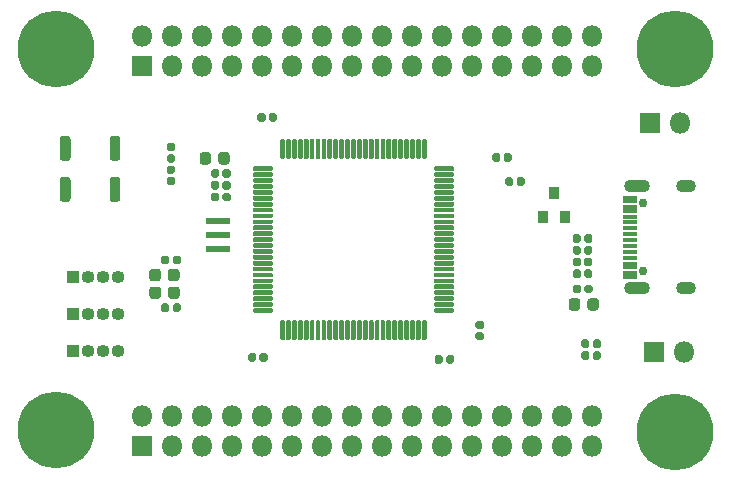
<source format=gbr>
%TF.GenerationSoftware,KiCad,Pcbnew,(5.1.6)-1*%
%TF.CreationDate,2020-08-08T14:22:08+05:30*%
%TF.ProjectId,F745_DISC,46373435-5f44-4495-9343-2e6b69636164,rev?*%
%TF.SameCoordinates,Original*%
%TF.FileFunction,Soldermask,Top*%
%TF.FilePolarity,Negative*%
%FSLAX46Y46*%
G04 Gerber Fmt 4.6, Leading zero omitted, Abs format (unit mm)*
G04 Created by KiCad (PCBNEW (5.1.6)-1) date 2020-08-08 14:22:08*
%MOMM*%
%LPD*%
G01*
G04 APERTURE LIST*
%ADD10O,1.100000X1.100000*%
%ADD11R,1.100000X1.100000*%
%ADD12O,1.800000X1.800000*%
%ADD13R,1.800000X1.800000*%
%ADD14R,2.000000X0.500000*%
%ADD15R,1.250000X0.400000*%
%ADD16C,0.750000*%
%ADD17O,1.700000X1.100000*%
%ADD18O,2.200000X1.100000*%
%ADD19C,0.900000*%
%ADD20C,6.500000*%
%ADD21R,0.900000X1.000000*%
G04 APERTURE END LIST*
D10*
%TO.C,SPI*%
X42450000Y-59430000D03*
X41180000Y-59430000D03*
X39910000Y-59430000D03*
D11*
X38640000Y-59430000D03*
%TD*%
D10*
%TO.C,SWD*%
X42450000Y-56290000D03*
X41180000Y-56290000D03*
X39910000Y-56290000D03*
D11*
X38640000Y-56290000D03*
%TD*%
D10*
%TO.C,UART*%
X42450000Y-53150000D03*
X41180000Y-53150000D03*
X39910000Y-53150000D03*
D11*
X38640000Y-53150000D03*
%TD*%
D12*
%TO.C,J4*%
X82630000Y-64910000D03*
X82630000Y-67450000D03*
X80090000Y-64910000D03*
X80090000Y-67450000D03*
X77550000Y-64910000D03*
X77550000Y-67450000D03*
X75010000Y-64910000D03*
X75010000Y-67450000D03*
X72470000Y-64910000D03*
X72470000Y-67450000D03*
X69930000Y-64910000D03*
X69930000Y-67450000D03*
X67390000Y-64910000D03*
X67390000Y-67450000D03*
X64850000Y-64910000D03*
X64850000Y-67450000D03*
X62310000Y-64910000D03*
X62310000Y-67450000D03*
X59770000Y-64910000D03*
X59770000Y-67450000D03*
X57230000Y-64910000D03*
X57230000Y-67450000D03*
X54690000Y-64910000D03*
X54690000Y-67450000D03*
X52150000Y-64910000D03*
X52150000Y-67450000D03*
X49610000Y-64910000D03*
X49610000Y-67450000D03*
X47070000Y-64910000D03*
X47070000Y-67450000D03*
X44530000Y-64910000D03*
D13*
X44530000Y-67450000D03*
%TD*%
D12*
%TO.C,J3*%
X82580000Y-32740000D03*
X82580000Y-35280000D03*
X80040000Y-32740000D03*
X80040000Y-35280000D03*
X77500000Y-32740000D03*
X77500000Y-35280000D03*
X74960000Y-32740000D03*
X74960000Y-35280000D03*
X72420000Y-32740000D03*
X72420000Y-35280000D03*
X69880000Y-32740000D03*
X69880000Y-35280000D03*
X67340000Y-32740000D03*
X67340000Y-35280000D03*
X64800000Y-32740000D03*
X64800000Y-35280000D03*
X62260000Y-32740000D03*
X62260000Y-35280000D03*
X59720000Y-32740000D03*
X59720000Y-35280000D03*
X57180000Y-32740000D03*
X57180000Y-35280000D03*
X54640000Y-32740000D03*
X54640000Y-35280000D03*
X52100000Y-32740000D03*
X52100000Y-35280000D03*
X49560000Y-32740000D03*
X49560000Y-35280000D03*
X47020000Y-32740000D03*
X47020000Y-35280000D03*
X44480000Y-32740000D03*
D13*
X44480000Y-35280000D03*
%TD*%
D14*
%TO.C,Y1*%
X50900000Y-50800000D03*
X50900000Y-49600000D03*
X50900000Y-48400000D03*
%TD*%
%TO.C,U1*%
G36*
G01*
X56200000Y-43075000D02*
X56200000Y-41575000D01*
G75*
G02*
X56300000Y-41475000I100000J0D01*
G01*
X56500000Y-41475000D01*
G75*
G02*
X56600000Y-41575000I0J-100000D01*
G01*
X56600000Y-43075000D01*
G75*
G02*
X56500000Y-43175000I-100000J0D01*
G01*
X56300000Y-43175000D01*
G75*
G02*
X56200000Y-43075000I0J100000D01*
G01*
G37*
G36*
G01*
X56700000Y-43075000D02*
X56700000Y-41575000D01*
G75*
G02*
X56800000Y-41475000I100000J0D01*
G01*
X57000000Y-41475000D01*
G75*
G02*
X57100000Y-41575000I0J-100000D01*
G01*
X57100000Y-43075000D01*
G75*
G02*
X57000000Y-43175000I-100000J0D01*
G01*
X56800000Y-43175000D01*
G75*
G02*
X56700000Y-43075000I0J100000D01*
G01*
G37*
G36*
G01*
X57200000Y-43075000D02*
X57200000Y-41575000D01*
G75*
G02*
X57300000Y-41475000I100000J0D01*
G01*
X57500000Y-41475000D01*
G75*
G02*
X57600000Y-41575000I0J-100000D01*
G01*
X57600000Y-43075000D01*
G75*
G02*
X57500000Y-43175000I-100000J0D01*
G01*
X57300000Y-43175000D01*
G75*
G02*
X57200000Y-43075000I0J100000D01*
G01*
G37*
G36*
G01*
X57700000Y-43075000D02*
X57700000Y-41575000D01*
G75*
G02*
X57800000Y-41475000I100000J0D01*
G01*
X58000000Y-41475000D01*
G75*
G02*
X58100000Y-41575000I0J-100000D01*
G01*
X58100000Y-43075000D01*
G75*
G02*
X58000000Y-43175000I-100000J0D01*
G01*
X57800000Y-43175000D01*
G75*
G02*
X57700000Y-43075000I0J100000D01*
G01*
G37*
G36*
G01*
X58200000Y-43075000D02*
X58200000Y-41575000D01*
G75*
G02*
X58300000Y-41475000I100000J0D01*
G01*
X58500000Y-41475000D01*
G75*
G02*
X58600000Y-41575000I0J-100000D01*
G01*
X58600000Y-43075000D01*
G75*
G02*
X58500000Y-43175000I-100000J0D01*
G01*
X58300000Y-43175000D01*
G75*
G02*
X58200000Y-43075000I0J100000D01*
G01*
G37*
G36*
G01*
X58700000Y-43075000D02*
X58700000Y-41575000D01*
G75*
G02*
X58800000Y-41475000I100000J0D01*
G01*
X59000000Y-41475000D01*
G75*
G02*
X59100000Y-41575000I0J-100000D01*
G01*
X59100000Y-43075000D01*
G75*
G02*
X59000000Y-43175000I-100000J0D01*
G01*
X58800000Y-43175000D01*
G75*
G02*
X58700000Y-43075000I0J100000D01*
G01*
G37*
G36*
G01*
X59200000Y-43075000D02*
X59200000Y-41575000D01*
G75*
G02*
X59300000Y-41475000I100000J0D01*
G01*
X59500000Y-41475000D01*
G75*
G02*
X59600000Y-41575000I0J-100000D01*
G01*
X59600000Y-43075000D01*
G75*
G02*
X59500000Y-43175000I-100000J0D01*
G01*
X59300000Y-43175000D01*
G75*
G02*
X59200000Y-43075000I0J100000D01*
G01*
G37*
G36*
G01*
X59700000Y-43075000D02*
X59700000Y-41575000D01*
G75*
G02*
X59800000Y-41475000I100000J0D01*
G01*
X60000000Y-41475000D01*
G75*
G02*
X60100000Y-41575000I0J-100000D01*
G01*
X60100000Y-43075000D01*
G75*
G02*
X60000000Y-43175000I-100000J0D01*
G01*
X59800000Y-43175000D01*
G75*
G02*
X59700000Y-43075000I0J100000D01*
G01*
G37*
G36*
G01*
X60200000Y-43075000D02*
X60200000Y-41575000D01*
G75*
G02*
X60300000Y-41475000I100000J0D01*
G01*
X60500000Y-41475000D01*
G75*
G02*
X60600000Y-41575000I0J-100000D01*
G01*
X60600000Y-43075000D01*
G75*
G02*
X60500000Y-43175000I-100000J0D01*
G01*
X60300000Y-43175000D01*
G75*
G02*
X60200000Y-43075000I0J100000D01*
G01*
G37*
G36*
G01*
X60700000Y-43075000D02*
X60700000Y-41575000D01*
G75*
G02*
X60800000Y-41475000I100000J0D01*
G01*
X61000000Y-41475000D01*
G75*
G02*
X61100000Y-41575000I0J-100000D01*
G01*
X61100000Y-43075000D01*
G75*
G02*
X61000000Y-43175000I-100000J0D01*
G01*
X60800000Y-43175000D01*
G75*
G02*
X60700000Y-43075000I0J100000D01*
G01*
G37*
G36*
G01*
X61200000Y-43075000D02*
X61200000Y-41575000D01*
G75*
G02*
X61300000Y-41475000I100000J0D01*
G01*
X61500000Y-41475000D01*
G75*
G02*
X61600000Y-41575000I0J-100000D01*
G01*
X61600000Y-43075000D01*
G75*
G02*
X61500000Y-43175000I-100000J0D01*
G01*
X61300000Y-43175000D01*
G75*
G02*
X61200000Y-43075000I0J100000D01*
G01*
G37*
G36*
G01*
X61700000Y-43075000D02*
X61700000Y-41575000D01*
G75*
G02*
X61800000Y-41475000I100000J0D01*
G01*
X62000000Y-41475000D01*
G75*
G02*
X62100000Y-41575000I0J-100000D01*
G01*
X62100000Y-43075000D01*
G75*
G02*
X62000000Y-43175000I-100000J0D01*
G01*
X61800000Y-43175000D01*
G75*
G02*
X61700000Y-43075000I0J100000D01*
G01*
G37*
G36*
G01*
X62200000Y-43075000D02*
X62200000Y-41575000D01*
G75*
G02*
X62300000Y-41475000I100000J0D01*
G01*
X62500000Y-41475000D01*
G75*
G02*
X62600000Y-41575000I0J-100000D01*
G01*
X62600000Y-43075000D01*
G75*
G02*
X62500000Y-43175000I-100000J0D01*
G01*
X62300000Y-43175000D01*
G75*
G02*
X62200000Y-43075000I0J100000D01*
G01*
G37*
G36*
G01*
X62700000Y-43075000D02*
X62700000Y-41575000D01*
G75*
G02*
X62800000Y-41475000I100000J0D01*
G01*
X63000000Y-41475000D01*
G75*
G02*
X63100000Y-41575000I0J-100000D01*
G01*
X63100000Y-43075000D01*
G75*
G02*
X63000000Y-43175000I-100000J0D01*
G01*
X62800000Y-43175000D01*
G75*
G02*
X62700000Y-43075000I0J100000D01*
G01*
G37*
G36*
G01*
X63200000Y-43075000D02*
X63200000Y-41575000D01*
G75*
G02*
X63300000Y-41475000I100000J0D01*
G01*
X63500000Y-41475000D01*
G75*
G02*
X63600000Y-41575000I0J-100000D01*
G01*
X63600000Y-43075000D01*
G75*
G02*
X63500000Y-43175000I-100000J0D01*
G01*
X63300000Y-43175000D01*
G75*
G02*
X63200000Y-43075000I0J100000D01*
G01*
G37*
G36*
G01*
X63700000Y-43075000D02*
X63700000Y-41575000D01*
G75*
G02*
X63800000Y-41475000I100000J0D01*
G01*
X64000000Y-41475000D01*
G75*
G02*
X64100000Y-41575000I0J-100000D01*
G01*
X64100000Y-43075000D01*
G75*
G02*
X64000000Y-43175000I-100000J0D01*
G01*
X63800000Y-43175000D01*
G75*
G02*
X63700000Y-43075000I0J100000D01*
G01*
G37*
G36*
G01*
X64200000Y-43075000D02*
X64200000Y-41575000D01*
G75*
G02*
X64300000Y-41475000I100000J0D01*
G01*
X64500000Y-41475000D01*
G75*
G02*
X64600000Y-41575000I0J-100000D01*
G01*
X64600000Y-43075000D01*
G75*
G02*
X64500000Y-43175000I-100000J0D01*
G01*
X64300000Y-43175000D01*
G75*
G02*
X64200000Y-43075000I0J100000D01*
G01*
G37*
G36*
G01*
X64700000Y-43075000D02*
X64700000Y-41575000D01*
G75*
G02*
X64800000Y-41475000I100000J0D01*
G01*
X65000000Y-41475000D01*
G75*
G02*
X65100000Y-41575000I0J-100000D01*
G01*
X65100000Y-43075000D01*
G75*
G02*
X65000000Y-43175000I-100000J0D01*
G01*
X64800000Y-43175000D01*
G75*
G02*
X64700000Y-43075000I0J100000D01*
G01*
G37*
G36*
G01*
X65200000Y-43075000D02*
X65200000Y-41575000D01*
G75*
G02*
X65300000Y-41475000I100000J0D01*
G01*
X65500000Y-41475000D01*
G75*
G02*
X65600000Y-41575000I0J-100000D01*
G01*
X65600000Y-43075000D01*
G75*
G02*
X65500000Y-43175000I-100000J0D01*
G01*
X65300000Y-43175000D01*
G75*
G02*
X65200000Y-43075000I0J100000D01*
G01*
G37*
G36*
G01*
X65700000Y-43075000D02*
X65700000Y-41575000D01*
G75*
G02*
X65800000Y-41475000I100000J0D01*
G01*
X66000000Y-41475000D01*
G75*
G02*
X66100000Y-41575000I0J-100000D01*
G01*
X66100000Y-43075000D01*
G75*
G02*
X66000000Y-43175000I-100000J0D01*
G01*
X65800000Y-43175000D01*
G75*
G02*
X65700000Y-43075000I0J100000D01*
G01*
G37*
G36*
G01*
X66200000Y-43075000D02*
X66200000Y-41575000D01*
G75*
G02*
X66300000Y-41475000I100000J0D01*
G01*
X66500000Y-41475000D01*
G75*
G02*
X66600000Y-41575000I0J-100000D01*
G01*
X66600000Y-43075000D01*
G75*
G02*
X66500000Y-43175000I-100000J0D01*
G01*
X66300000Y-43175000D01*
G75*
G02*
X66200000Y-43075000I0J100000D01*
G01*
G37*
G36*
G01*
X66700000Y-43075000D02*
X66700000Y-41575000D01*
G75*
G02*
X66800000Y-41475000I100000J0D01*
G01*
X67000000Y-41475000D01*
G75*
G02*
X67100000Y-41575000I0J-100000D01*
G01*
X67100000Y-43075000D01*
G75*
G02*
X67000000Y-43175000I-100000J0D01*
G01*
X66800000Y-43175000D01*
G75*
G02*
X66700000Y-43075000I0J100000D01*
G01*
G37*
G36*
G01*
X67200000Y-43075000D02*
X67200000Y-41575000D01*
G75*
G02*
X67300000Y-41475000I100000J0D01*
G01*
X67500000Y-41475000D01*
G75*
G02*
X67600000Y-41575000I0J-100000D01*
G01*
X67600000Y-43075000D01*
G75*
G02*
X67500000Y-43175000I-100000J0D01*
G01*
X67300000Y-43175000D01*
G75*
G02*
X67200000Y-43075000I0J100000D01*
G01*
G37*
G36*
G01*
X67700000Y-43075000D02*
X67700000Y-41575000D01*
G75*
G02*
X67800000Y-41475000I100000J0D01*
G01*
X68000000Y-41475000D01*
G75*
G02*
X68100000Y-41575000I0J-100000D01*
G01*
X68100000Y-43075000D01*
G75*
G02*
X68000000Y-43175000I-100000J0D01*
G01*
X67800000Y-43175000D01*
G75*
G02*
X67700000Y-43075000I0J100000D01*
G01*
G37*
G36*
G01*
X68200000Y-43075000D02*
X68200000Y-41575000D01*
G75*
G02*
X68300000Y-41475000I100000J0D01*
G01*
X68500000Y-41475000D01*
G75*
G02*
X68600000Y-41575000I0J-100000D01*
G01*
X68600000Y-43075000D01*
G75*
G02*
X68500000Y-43175000I-100000J0D01*
G01*
X68300000Y-43175000D01*
G75*
G02*
X68200000Y-43075000I0J100000D01*
G01*
G37*
G36*
G01*
X69225000Y-44100000D02*
X69225000Y-43900000D01*
G75*
G02*
X69325000Y-43800000I100000J0D01*
G01*
X70825000Y-43800000D01*
G75*
G02*
X70925000Y-43900000I0J-100000D01*
G01*
X70925000Y-44100000D01*
G75*
G02*
X70825000Y-44200000I-100000J0D01*
G01*
X69325000Y-44200000D01*
G75*
G02*
X69225000Y-44100000I0J100000D01*
G01*
G37*
G36*
G01*
X69225000Y-44600000D02*
X69225000Y-44400000D01*
G75*
G02*
X69325000Y-44300000I100000J0D01*
G01*
X70825000Y-44300000D01*
G75*
G02*
X70925000Y-44400000I0J-100000D01*
G01*
X70925000Y-44600000D01*
G75*
G02*
X70825000Y-44700000I-100000J0D01*
G01*
X69325000Y-44700000D01*
G75*
G02*
X69225000Y-44600000I0J100000D01*
G01*
G37*
G36*
G01*
X69225000Y-45100000D02*
X69225000Y-44900000D01*
G75*
G02*
X69325000Y-44800000I100000J0D01*
G01*
X70825000Y-44800000D01*
G75*
G02*
X70925000Y-44900000I0J-100000D01*
G01*
X70925000Y-45100000D01*
G75*
G02*
X70825000Y-45200000I-100000J0D01*
G01*
X69325000Y-45200000D01*
G75*
G02*
X69225000Y-45100000I0J100000D01*
G01*
G37*
G36*
G01*
X69225000Y-45600000D02*
X69225000Y-45400000D01*
G75*
G02*
X69325000Y-45300000I100000J0D01*
G01*
X70825000Y-45300000D01*
G75*
G02*
X70925000Y-45400000I0J-100000D01*
G01*
X70925000Y-45600000D01*
G75*
G02*
X70825000Y-45700000I-100000J0D01*
G01*
X69325000Y-45700000D01*
G75*
G02*
X69225000Y-45600000I0J100000D01*
G01*
G37*
G36*
G01*
X69225000Y-46100000D02*
X69225000Y-45900000D01*
G75*
G02*
X69325000Y-45800000I100000J0D01*
G01*
X70825000Y-45800000D01*
G75*
G02*
X70925000Y-45900000I0J-100000D01*
G01*
X70925000Y-46100000D01*
G75*
G02*
X70825000Y-46200000I-100000J0D01*
G01*
X69325000Y-46200000D01*
G75*
G02*
X69225000Y-46100000I0J100000D01*
G01*
G37*
G36*
G01*
X69225000Y-46600000D02*
X69225000Y-46400000D01*
G75*
G02*
X69325000Y-46300000I100000J0D01*
G01*
X70825000Y-46300000D01*
G75*
G02*
X70925000Y-46400000I0J-100000D01*
G01*
X70925000Y-46600000D01*
G75*
G02*
X70825000Y-46700000I-100000J0D01*
G01*
X69325000Y-46700000D01*
G75*
G02*
X69225000Y-46600000I0J100000D01*
G01*
G37*
G36*
G01*
X69225000Y-47100000D02*
X69225000Y-46900000D01*
G75*
G02*
X69325000Y-46800000I100000J0D01*
G01*
X70825000Y-46800000D01*
G75*
G02*
X70925000Y-46900000I0J-100000D01*
G01*
X70925000Y-47100000D01*
G75*
G02*
X70825000Y-47200000I-100000J0D01*
G01*
X69325000Y-47200000D01*
G75*
G02*
X69225000Y-47100000I0J100000D01*
G01*
G37*
G36*
G01*
X69225000Y-47600000D02*
X69225000Y-47400000D01*
G75*
G02*
X69325000Y-47300000I100000J0D01*
G01*
X70825000Y-47300000D01*
G75*
G02*
X70925000Y-47400000I0J-100000D01*
G01*
X70925000Y-47600000D01*
G75*
G02*
X70825000Y-47700000I-100000J0D01*
G01*
X69325000Y-47700000D01*
G75*
G02*
X69225000Y-47600000I0J100000D01*
G01*
G37*
G36*
G01*
X69225000Y-48100000D02*
X69225000Y-47900000D01*
G75*
G02*
X69325000Y-47800000I100000J0D01*
G01*
X70825000Y-47800000D01*
G75*
G02*
X70925000Y-47900000I0J-100000D01*
G01*
X70925000Y-48100000D01*
G75*
G02*
X70825000Y-48200000I-100000J0D01*
G01*
X69325000Y-48200000D01*
G75*
G02*
X69225000Y-48100000I0J100000D01*
G01*
G37*
G36*
G01*
X69225000Y-48600000D02*
X69225000Y-48400000D01*
G75*
G02*
X69325000Y-48300000I100000J0D01*
G01*
X70825000Y-48300000D01*
G75*
G02*
X70925000Y-48400000I0J-100000D01*
G01*
X70925000Y-48600000D01*
G75*
G02*
X70825000Y-48700000I-100000J0D01*
G01*
X69325000Y-48700000D01*
G75*
G02*
X69225000Y-48600000I0J100000D01*
G01*
G37*
G36*
G01*
X69225000Y-49100000D02*
X69225000Y-48900000D01*
G75*
G02*
X69325000Y-48800000I100000J0D01*
G01*
X70825000Y-48800000D01*
G75*
G02*
X70925000Y-48900000I0J-100000D01*
G01*
X70925000Y-49100000D01*
G75*
G02*
X70825000Y-49200000I-100000J0D01*
G01*
X69325000Y-49200000D01*
G75*
G02*
X69225000Y-49100000I0J100000D01*
G01*
G37*
G36*
G01*
X69225000Y-49600000D02*
X69225000Y-49400000D01*
G75*
G02*
X69325000Y-49300000I100000J0D01*
G01*
X70825000Y-49300000D01*
G75*
G02*
X70925000Y-49400000I0J-100000D01*
G01*
X70925000Y-49600000D01*
G75*
G02*
X70825000Y-49700000I-100000J0D01*
G01*
X69325000Y-49700000D01*
G75*
G02*
X69225000Y-49600000I0J100000D01*
G01*
G37*
G36*
G01*
X69225000Y-50100000D02*
X69225000Y-49900000D01*
G75*
G02*
X69325000Y-49800000I100000J0D01*
G01*
X70825000Y-49800000D01*
G75*
G02*
X70925000Y-49900000I0J-100000D01*
G01*
X70925000Y-50100000D01*
G75*
G02*
X70825000Y-50200000I-100000J0D01*
G01*
X69325000Y-50200000D01*
G75*
G02*
X69225000Y-50100000I0J100000D01*
G01*
G37*
G36*
G01*
X69225000Y-50600000D02*
X69225000Y-50400000D01*
G75*
G02*
X69325000Y-50300000I100000J0D01*
G01*
X70825000Y-50300000D01*
G75*
G02*
X70925000Y-50400000I0J-100000D01*
G01*
X70925000Y-50600000D01*
G75*
G02*
X70825000Y-50700000I-100000J0D01*
G01*
X69325000Y-50700000D01*
G75*
G02*
X69225000Y-50600000I0J100000D01*
G01*
G37*
G36*
G01*
X69225000Y-51100000D02*
X69225000Y-50900000D01*
G75*
G02*
X69325000Y-50800000I100000J0D01*
G01*
X70825000Y-50800000D01*
G75*
G02*
X70925000Y-50900000I0J-100000D01*
G01*
X70925000Y-51100000D01*
G75*
G02*
X70825000Y-51200000I-100000J0D01*
G01*
X69325000Y-51200000D01*
G75*
G02*
X69225000Y-51100000I0J100000D01*
G01*
G37*
G36*
G01*
X69225000Y-51600000D02*
X69225000Y-51400000D01*
G75*
G02*
X69325000Y-51300000I100000J0D01*
G01*
X70825000Y-51300000D01*
G75*
G02*
X70925000Y-51400000I0J-100000D01*
G01*
X70925000Y-51600000D01*
G75*
G02*
X70825000Y-51700000I-100000J0D01*
G01*
X69325000Y-51700000D01*
G75*
G02*
X69225000Y-51600000I0J100000D01*
G01*
G37*
G36*
G01*
X69225000Y-52100000D02*
X69225000Y-51900000D01*
G75*
G02*
X69325000Y-51800000I100000J0D01*
G01*
X70825000Y-51800000D01*
G75*
G02*
X70925000Y-51900000I0J-100000D01*
G01*
X70925000Y-52100000D01*
G75*
G02*
X70825000Y-52200000I-100000J0D01*
G01*
X69325000Y-52200000D01*
G75*
G02*
X69225000Y-52100000I0J100000D01*
G01*
G37*
G36*
G01*
X69225000Y-52600000D02*
X69225000Y-52400000D01*
G75*
G02*
X69325000Y-52300000I100000J0D01*
G01*
X70825000Y-52300000D01*
G75*
G02*
X70925000Y-52400000I0J-100000D01*
G01*
X70925000Y-52600000D01*
G75*
G02*
X70825000Y-52700000I-100000J0D01*
G01*
X69325000Y-52700000D01*
G75*
G02*
X69225000Y-52600000I0J100000D01*
G01*
G37*
G36*
G01*
X69225000Y-53100000D02*
X69225000Y-52900000D01*
G75*
G02*
X69325000Y-52800000I100000J0D01*
G01*
X70825000Y-52800000D01*
G75*
G02*
X70925000Y-52900000I0J-100000D01*
G01*
X70925000Y-53100000D01*
G75*
G02*
X70825000Y-53200000I-100000J0D01*
G01*
X69325000Y-53200000D01*
G75*
G02*
X69225000Y-53100000I0J100000D01*
G01*
G37*
G36*
G01*
X69225000Y-53600000D02*
X69225000Y-53400000D01*
G75*
G02*
X69325000Y-53300000I100000J0D01*
G01*
X70825000Y-53300000D01*
G75*
G02*
X70925000Y-53400000I0J-100000D01*
G01*
X70925000Y-53600000D01*
G75*
G02*
X70825000Y-53700000I-100000J0D01*
G01*
X69325000Y-53700000D01*
G75*
G02*
X69225000Y-53600000I0J100000D01*
G01*
G37*
G36*
G01*
X69225000Y-54100000D02*
X69225000Y-53900000D01*
G75*
G02*
X69325000Y-53800000I100000J0D01*
G01*
X70825000Y-53800000D01*
G75*
G02*
X70925000Y-53900000I0J-100000D01*
G01*
X70925000Y-54100000D01*
G75*
G02*
X70825000Y-54200000I-100000J0D01*
G01*
X69325000Y-54200000D01*
G75*
G02*
X69225000Y-54100000I0J100000D01*
G01*
G37*
G36*
G01*
X69225000Y-54600000D02*
X69225000Y-54400000D01*
G75*
G02*
X69325000Y-54300000I100000J0D01*
G01*
X70825000Y-54300000D01*
G75*
G02*
X70925000Y-54400000I0J-100000D01*
G01*
X70925000Y-54600000D01*
G75*
G02*
X70825000Y-54700000I-100000J0D01*
G01*
X69325000Y-54700000D01*
G75*
G02*
X69225000Y-54600000I0J100000D01*
G01*
G37*
G36*
G01*
X69225000Y-55100000D02*
X69225000Y-54900000D01*
G75*
G02*
X69325000Y-54800000I100000J0D01*
G01*
X70825000Y-54800000D01*
G75*
G02*
X70925000Y-54900000I0J-100000D01*
G01*
X70925000Y-55100000D01*
G75*
G02*
X70825000Y-55200000I-100000J0D01*
G01*
X69325000Y-55200000D01*
G75*
G02*
X69225000Y-55100000I0J100000D01*
G01*
G37*
G36*
G01*
X69225000Y-55600000D02*
X69225000Y-55400000D01*
G75*
G02*
X69325000Y-55300000I100000J0D01*
G01*
X70825000Y-55300000D01*
G75*
G02*
X70925000Y-55400000I0J-100000D01*
G01*
X70925000Y-55600000D01*
G75*
G02*
X70825000Y-55700000I-100000J0D01*
G01*
X69325000Y-55700000D01*
G75*
G02*
X69225000Y-55600000I0J100000D01*
G01*
G37*
G36*
G01*
X69225000Y-56100000D02*
X69225000Y-55900000D01*
G75*
G02*
X69325000Y-55800000I100000J0D01*
G01*
X70825000Y-55800000D01*
G75*
G02*
X70925000Y-55900000I0J-100000D01*
G01*
X70925000Y-56100000D01*
G75*
G02*
X70825000Y-56200000I-100000J0D01*
G01*
X69325000Y-56200000D01*
G75*
G02*
X69225000Y-56100000I0J100000D01*
G01*
G37*
G36*
G01*
X68200000Y-58425000D02*
X68200000Y-56925000D01*
G75*
G02*
X68300000Y-56825000I100000J0D01*
G01*
X68500000Y-56825000D01*
G75*
G02*
X68600000Y-56925000I0J-100000D01*
G01*
X68600000Y-58425000D01*
G75*
G02*
X68500000Y-58525000I-100000J0D01*
G01*
X68300000Y-58525000D01*
G75*
G02*
X68200000Y-58425000I0J100000D01*
G01*
G37*
G36*
G01*
X67700000Y-58425000D02*
X67700000Y-56925000D01*
G75*
G02*
X67800000Y-56825000I100000J0D01*
G01*
X68000000Y-56825000D01*
G75*
G02*
X68100000Y-56925000I0J-100000D01*
G01*
X68100000Y-58425000D01*
G75*
G02*
X68000000Y-58525000I-100000J0D01*
G01*
X67800000Y-58525000D01*
G75*
G02*
X67700000Y-58425000I0J100000D01*
G01*
G37*
G36*
G01*
X67200000Y-58425000D02*
X67200000Y-56925000D01*
G75*
G02*
X67300000Y-56825000I100000J0D01*
G01*
X67500000Y-56825000D01*
G75*
G02*
X67600000Y-56925000I0J-100000D01*
G01*
X67600000Y-58425000D01*
G75*
G02*
X67500000Y-58525000I-100000J0D01*
G01*
X67300000Y-58525000D01*
G75*
G02*
X67200000Y-58425000I0J100000D01*
G01*
G37*
G36*
G01*
X66700000Y-58425000D02*
X66700000Y-56925000D01*
G75*
G02*
X66800000Y-56825000I100000J0D01*
G01*
X67000000Y-56825000D01*
G75*
G02*
X67100000Y-56925000I0J-100000D01*
G01*
X67100000Y-58425000D01*
G75*
G02*
X67000000Y-58525000I-100000J0D01*
G01*
X66800000Y-58525000D01*
G75*
G02*
X66700000Y-58425000I0J100000D01*
G01*
G37*
G36*
G01*
X66200000Y-58425000D02*
X66200000Y-56925000D01*
G75*
G02*
X66300000Y-56825000I100000J0D01*
G01*
X66500000Y-56825000D01*
G75*
G02*
X66600000Y-56925000I0J-100000D01*
G01*
X66600000Y-58425000D01*
G75*
G02*
X66500000Y-58525000I-100000J0D01*
G01*
X66300000Y-58525000D01*
G75*
G02*
X66200000Y-58425000I0J100000D01*
G01*
G37*
G36*
G01*
X65700000Y-58425000D02*
X65700000Y-56925000D01*
G75*
G02*
X65800000Y-56825000I100000J0D01*
G01*
X66000000Y-56825000D01*
G75*
G02*
X66100000Y-56925000I0J-100000D01*
G01*
X66100000Y-58425000D01*
G75*
G02*
X66000000Y-58525000I-100000J0D01*
G01*
X65800000Y-58525000D01*
G75*
G02*
X65700000Y-58425000I0J100000D01*
G01*
G37*
G36*
G01*
X65200000Y-58425000D02*
X65200000Y-56925000D01*
G75*
G02*
X65300000Y-56825000I100000J0D01*
G01*
X65500000Y-56825000D01*
G75*
G02*
X65600000Y-56925000I0J-100000D01*
G01*
X65600000Y-58425000D01*
G75*
G02*
X65500000Y-58525000I-100000J0D01*
G01*
X65300000Y-58525000D01*
G75*
G02*
X65200000Y-58425000I0J100000D01*
G01*
G37*
G36*
G01*
X64700000Y-58425000D02*
X64700000Y-56925000D01*
G75*
G02*
X64800000Y-56825000I100000J0D01*
G01*
X65000000Y-56825000D01*
G75*
G02*
X65100000Y-56925000I0J-100000D01*
G01*
X65100000Y-58425000D01*
G75*
G02*
X65000000Y-58525000I-100000J0D01*
G01*
X64800000Y-58525000D01*
G75*
G02*
X64700000Y-58425000I0J100000D01*
G01*
G37*
G36*
G01*
X64200000Y-58425000D02*
X64200000Y-56925000D01*
G75*
G02*
X64300000Y-56825000I100000J0D01*
G01*
X64500000Y-56825000D01*
G75*
G02*
X64600000Y-56925000I0J-100000D01*
G01*
X64600000Y-58425000D01*
G75*
G02*
X64500000Y-58525000I-100000J0D01*
G01*
X64300000Y-58525000D01*
G75*
G02*
X64200000Y-58425000I0J100000D01*
G01*
G37*
G36*
G01*
X63700000Y-58425000D02*
X63700000Y-56925000D01*
G75*
G02*
X63800000Y-56825000I100000J0D01*
G01*
X64000000Y-56825000D01*
G75*
G02*
X64100000Y-56925000I0J-100000D01*
G01*
X64100000Y-58425000D01*
G75*
G02*
X64000000Y-58525000I-100000J0D01*
G01*
X63800000Y-58525000D01*
G75*
G02*
X63700000Y-58425000I0J100000D01*
G01*
G37*
G36*
G01*
X63200000Y-58425000D02*
X63200000Y-56925000D01*
G75*
G02*
X63300000Y-56825000I100000J0D01*
G01*
X63500000Y-56825000D01*
G75*
G02*
X63600000Y-56925000I0J-100000D01*
G01*
X63600000Y-58425000D01*
G75*
G02*
X63500000Y-58525000I-100000J0D01*
G01*
X63300000Y-58525000D01*
G75*
G02*
X63200000Y-58425000I0J100000D01*
G01*
G37*
G36*
G01*
X62700000Y-58425000D02*
X62700000Y-56925000D01*
G75*
G02*
X62800000Y-56825000I100000J0D01*
G01*
X63000000Y-56825000D01*
G75*
G02*
X63100000Y-56925000I0J-100000D01*
G01*
X63100000Y-58425000D01*
G75*
G02*
X63000000Y-58525000I-100000J0D01*
G01*
X62800000Y-58525000D01*
G75*
G02*
X62700000Y-58425000I0J100000D01*
G01*
G37*
G36*
G01*
X62200000Y-58425000D02*
X62200000Y-56925000D01*
G75*
G02*
X62300000Y-56825000I100000J0D01*
G01*
X62500000Y-56825000D01*
G75*
G02*
X62600000Y-56925000I0J-100000D01*
G01*
X62600000Y-58425000D01*
G75*
G02*
X62500000Y-58525000I-100000J0D01*
G01*
X62300000Y-58525000D01*
G75*
G02*
X62200000Y-58425000I0J100000D01*
G01*
G37*
G36*
G01*
X61700000Y-58425000D02*
X61700000Y-56925000D01*
G75*
G02*
X61800000Y-56825000I100000J0D01*
G01*
X62000000Y-56825000D01*
G75*
G02*
X62100000Y-56925000I0J-100000D01*
G01*
X62100000Y-58425000D01*
G75*
G02*
X62000000Y-58525000I-100000J0D01*
G01*
X61800000Y-58525000D01*
G75*
G02*
X61700000Y-58425000I0J100000D01*
G01*
G37*
G36*
G01*
X61200000Y-58425000D02*
X61200000Y-56925000D01*
G75*
G02*
X61300000Y-56825000I100000J0D01*
G01*
X61500000Y-56825000D01*
G75*
G02*
X61600000Y-56925000I0J-100000D01*
G01*
X61600000Y-58425000D01*
G75*
G02*
X61500000Y-58525000I-100000J0D01*
G01*
X61300000Y-58525000D01*
G75*
G02*
X61200000Y-58425000I0J100000D01*
G01*
G37*
G36*
G01*
X60700000Y-58425000D02*
X60700000Y-56925000D01*
G75*
G02*
X60800000Y-56825000I100000J0D01*
G01*
X61000000Y-56825000D01*
G75*
G02*
X61100000Y-56925000I0J-100000D01*
G01*
X61100000Y-58425000D01*
G75*
G02*
X61000000Y-58525000I-100000J0D01*
G01*
X60800000Y-58525000D01*
G75*
G02*
X60700000Y-58425000I0J100000D01*
G01*
G37*
G36*
G01*
X60200000Y-58425000D02*
X60200000Y-56925000D01*
G75*
G02*
X60300000Y-56825000I100000J0D01*
G01*
X60500000Y-56825000D01*
G75*
G02*
X60600000Y-56925000I0J-100000D01*
G01*
X60600000Y-58425000D01*
G75*
G02*
X60500000Y-58525000I-100000J0D01*
G01*
X60300000Y-58525000D01*
G75*
G02*
X60200000Y-58425000I0J100000D01*
G01*
G37*
G36*
G01*
X59700000Y-58425000D02*
X59700000Y-56925000D01*
G75*
G02*
X59800000Y-56825000I100000J0D01*
G01*
X60000000Y-56825000D01*
G75*
G02*
X60100000Y-56925000I0J-100000D01*
G01*
X60100000Y-58425000D01*
G75*
G02*
X60000000Y-58525000I-100000J0D01*
G01*
X59800000Y-58525000D01*
G75*
G02*
X59700000Y-58425000I0J100000D01*
G01*
G37*
G36*
G01*
X59200000Y-58425000D02*
X59200000Y-56925000D01*
G75*
G02*
X59300000Y-56825000I100000J0D01*
G01*
X59500000Y-56825000D01*
G75*
G02*
X59600000Y-56925000I0J-100000D01*
G01*
X59600000Y-58425000D01*
G75*
G02*
X59500000Y-58525000I-100000J0D01*
G01*
X59300000Y-58525000D01*
G75*
G02*
X59200000Y-58425000I0J100000D01*
G01*
G37*
G36*
G01*
X58700000Y-58425000D02*
X58700000Y-56925000D01*
G75*
G02*
X58800000Y-56825000I100000J0D01*
G01*
X59000000Y-56825000D01*
G75*
G02*
X59100000Y-56925000I0J-100000D01*
G01*
X59100000Y-58425000D01*
G75*
G02*
X59000000Y-58525000I-100000J0D01*
G01*
X58800000Y-58525000D01*
G75*
G02*
X58700000Y-58425000I0J100000D01*
G01*
G37*
G36*
G01*
X58200000Y-58425000D02*
X58200000Y-56925000D01*
G75*
G02*
X58300000Y-56825000I100000J0D01*
G01*
X58500000Y-56825000D01*
G75*
G02*
X58600000Y-56925000I0J-100000D01*
G01*
X58600000Y-58425000D01*
G75*
G02*
X58500000Y-58525000I-100000J0D01*
G01*
X58300000Y-58525000D01*
G75*
G02*
X58200000Y-58425000I0J100000D01*
G01*
G37*
G36*
G01*
X57700000Y-58425000D02*
X57700000Y-56925000D01*
G75*
G02*
X57800000Y-56825000I100000J0D01*
G01*
X58000000Y-56825000D01*
G75*
G02*
X58100000Y-56925000I0J-100000D01*
G01*
X58100000Y-58425000D01*
G75*
G02*
X58000000Y-58525000I-100000J0D01*
G01*
X57800000Y-58525000D01*
G75*
G02*
X57700000Y-58425000I0J100000D01*
G01*
G37*
G36*
G01*
X57200000Y-58425000D02*
X57200000Y-56925000D01*
G75*
G02*
X57300000Y-56825000I100000J0D01*
G01*
X57500000Y-56825000D01*
G75*
G02*
X57600000Y-56925000I0J-100000D01*
G01*
X57600000Y-58425000D01*
G75*
G02*
X57500000Y-58525000I-100000J0D01*
G01*
X57300000Y-58525000D01*
G75*
G02*
X57200000Y-58425000I0J100000D01*
G01*
G37*
G36*
G01*
X56700000Y-58425000D02*
X56700000Y-56925000D01*
G75*
G02*
X56800000Y-56825000I100000J0D01*
G01*
X57000000Y-56825000D01*
G75*
G02*
X57100000Y-56925000I0J-100000D01*
G01*
X57100000Y-58425000D01*
G75*
G02*
X57000000Y-58525000I-100000J0D01*
G01*
X56800000Y-58525000D01*
G75*
G02*
X56700000Y-58425000I0J100000D01*
G01*
G37*
G36*
G01*
X56200000Y-58425000D02*
X56200000Y-56925000D01*
G75*
G02*
X56300000Y-56825000I100000J0D01*
G01*
X56500000Y-56825000D01*
G75*
G02*
X56600000Y-56925000I0J-100000D01*
G01*
X56600000Y-58425000D01*
G75*
G02*
X56500000Y-58525000I-100000J0D01*
G01*
X56300000Y-58525000D01*
G75*
G02*
X56200000Y-58425000I0J100000D01*
G01*
G37*
G36*
G01*
X53875000Y-56100000D02*
X53875000Y-55900000D01*
G75*
G02*
X53975000Y-55800000I100000J0D01*
G01*
X55475000Y-55800000D01*
G75*
G02*
X55575000Y-55900000I0J-100000D01*
G01*
X55575000Y-56100000D01*
G75*
G02*
X55475000Y-56200000I-100000J0D01*
G01*
X53975000Y-56200000D01*
G75*
G02*
X53875000Y-56100000I0J100000D01*
G01*
G37*
G36*
G01*
X53875000Y-55600000D02*
X53875000Y-55400000D01*
G75*
G02*
X53975000Y-55300000I100000J0D01*
G01*
X55475000Y-55300000D01*
G75*
G02*
X55575000Y-55400000I0J-100000D01*
G01*
X55575000Y-55600000D01*
G75*
G02*
X55475000Y-55700000I-100000J0D01*
G01*
X53975000Y-55700000D01*
G75*
G02*
X53875000Y-55600000I0J100000D01*
G01*
G37*
G36*
G01*
X53875000Y-55100000D02*
X53875000Y-54900000D01*
G75*
G02*
X53975000Y-54800000I100000J0D01*
G01*
X55475000Y-54800000D01*
G75*
G02*
X55575000Y-54900000I0J-100000D01*
G01*
X55575000Y-55100000D01*
G75*
G02*
X55475000Y-55200000I-100000J0D01*
G01*
X53975000Y-55200000D01*
G75*
G02*
X53875000Y-55100000I0J100000D01*
G01*
G37*
G36*
G01*
X53875000Y-54600000D02*
X53875000Y-54400000D01*
G75*
G02*
X53975000Y-54300000I100000J0D01*
G01*
X55475000Y-54300000D01*
G75*
G02*
X55575000Y-54400000I0J-100000D01*
G01*
X55575000Y-54600000D01*
G75*
G02*
X55475000Y-54700000I-100000J0D01*
G01*
X53975000Y-54700000D01*
G75*
G02*
X53875000Y-54600000I0J100000D01*
G01*
G37*
G36*
G01*
X53875000Y-54100000D02*
X53875000Y-53900000D01*
G75*
G02*
X53975000Y-53800000I100000J0D01*
G01*
X55475000Y-53800000D01*
G75*
G02*
X55575000Y-53900000I0J-100000D01*
G01*
X55575000Y-54100000D01*
G75*
G02*
X55475000Y-54200000I-100000J0D01*
G01*
X53975000Y-54200000D01*
G75*
G02*
X53875000Y-54100000I0J100000D01*
G01*
G37*
G36*
G01*
X53875000Y-53600000D02*
X53875000Y-53400000D01*
G75*
G02*
X53975000Y-53300000I100000J0D01*
G01*
X55475000Y-53300000D01*
G75*
G02*
X55575000Y-53400000I0J-100000D01*
G01*
X55575000Y-53600000D01*
G75*
G02*
X55475000Y-53700000I-100000J0D01*
G01*
X53975000Y-53700000D01*
G75*
G02*
X53875000Y-53600000I0J100000D01*
G01*
G37*
G36*
G01*
X53875000Y-53100000D02*
X53875000Y-52900000D01*
G75*
G02*
X53975000Y-52800000I100000J0D01*
G01*
X55475000Y-52800000D01*
G75*
G02*
X55575000Y-52900000I0J-100000D01*
G01*
X55575000Y-53100000D01*
G75*
G02*
X55475000Y-53200000I-100000J0D01*
G01*
X53975000Y-53200000D01*
G75*
G02*
X53875000Y-53100000I0J100000D01*
G01*
G37*
G36*
G01*
X53875000Y-52600000D02*
X53875000Y-52400000D01*
G75*
G02*
X53975000Y-52300000I100000J0D01*
G01*
X55475000Y-52300000D01*
G75*
G02*
X55575000Y-52400000I0J-100000D01*
G01*
X55575000Y-52600000D01*
G75*
G02*
X55475000Y-52700000I-100000J0D01*
G01*
X53975000Y-52700000D01*
G75*
G02*
X53875000Y-52600000I0J100000D01*
G01*
G37*
G36*
G01*
X53875000Y-52100000D02*
X53875000Y-51900000D01*
G75*
G02*
X53975000Y-51800000I100000J0D01*
G01*
X55475000Y-51800000D01*
G75*
G02*
X55575000Y-51900000I0J-100000D01*
G01*
X55575000Y-52100000D01*
G75*
G02*
X55475000Y-52200000I-100000J0D01*
G01*
X53975000Y-52200000D01*
G75*
G02*
X53875000Y-52100000I0J100000D01*
G01*
G37*
G36*
G01*
X53875000Y-51600000D02*
X53875000Y-51400000D01*
G75*
G02*
X53975000Y-51300000I100000J0D01*
G01*
X55475000Y-51300000D01*
G75*
G02*
X55575000Y-51400000I0J-100000D01*
G01*
X55575000Y-51600000D01*
G75*
G02*
X55475000Y-51700000I-100000J0D01*
G01*
X53975000Y-51700000D01*
G75*
G02*
X53875000Y-51600000I0J100000D01*
G01*
G37*
G36*
G01*
X53875000Y-51100000D02*
X53875000Y-50900000D01*
G75*
G02*
X53975000Y-50800000I100000J0D01*
G01*
X55475000Y-50800000D01*
G75*
G02*
X55575000Y-50900000I0J-100000D01*
G01*
X55575000Y-51100000D01*
G75*
G02*
X55475000Y-51200000I-100000J0D01*
G01*
X53975000Y-51200000D01*
G75*
G02*
X53875000Y-51100000I0J100000D01*
G01*
G37*
G36*
G01*
X53875000Y-50600000D02*
X53875000Y-50400000D01*
G75*
G02*
X53975000Y-50300000I100000J0D01*
G01*
X55475000Y-50300000D01*
G75*
G02*
X55575000Y-50400000I0J-100000D01*
G01*
X55575000Y-50600000D01*
G75*
G02*
X55475000Y-50700000I-100000J0D01*
G01*
X53975000Y-50700000D01*
G75*
G02*
X53875000Y-50600000I0J100000D01*
G01*
G37*
G36*
G01*
X53875000Y-50100000D02*
X53875000Y-49900000D01*
G75*
G02*
X53975000Y-49800000I100000J0D01*
G01*
X55475000Y-49800000D01*
G75*
G02*
X55575000Y-49900000I0J-100000D01*
G01*
X55575000Y-50100000D01*
G75*
G02*
X55475000Y-50200000I-100000J0D01*
G01*
X53975000Y-50200000D01*
G75*
G02*
X53875000Y-50100000I0J100000D01*
G01*
G37*
G36*
G01*
X53875000Y-49600000D02*
X53875000Y-49400000D01*
G75*
G02*
X53975000Y-49300000I100000J0D01*
G01*
X55475000Y-49300000D01*
G75*
G02*
X55575000Y-49400000I0J-100000D01*
G01*
X55575000Y-49600000D01*
G75*
G02*
X55475000Y-49700000I-100000J0D01*
G01*
X53975000Y-49700000D01*
G75*
G02*
X53875000Y-49600000I0J100000D01*
G01*
G37*
G36*
G01*
X53875000Y-49100000D02*
X53875000Y-48900000D01*
G75*
G02*
X53975000Y-48800000I100000J0D01*
G01*
X55475000Y-48800000D01*
G75*
G02*
X55575000Y-48900000I0J-100000D01*
G01*
X55575000Y-49100000D01*
G75*
G02*
X55475000Y-49200000I-100000J0D01*
G01*
X53975000Y-49200000D01*
G75*
G02*
X53875000Y-49100000I0J100000D01*
G01*
G37*
G36*
G01*
X53875000Y-48600000D02*
X53875000Y-48400000D01*
G75*
G02*
X53975000Y-48300000I100000J0D01*
G01*
X55475000Y-48300000D01*
G75*
G02*
X55575000Y-48400000I0J-100000D01*
G01*
X55575000Y-48600000D01*
G75*
G02*
X55475000Y-48700000I-100000J0D01*
G01*
X53975000Y-48700000D01*
G75*
G02*
X53875000Y-48600000I0J100000D01*
G01*
G37*
G36*
G01*
X53875000Y-48100000D02*
X53875000Y-47900000D01*
G75*
G02*
X53975000Y-47800000I100000J0D01*
G01*
X55475000Y-47800000D01*
G75*
G02*
X55575000Y-47900000I0J-100000D01*
G01*
X55575000Y-48100000D01*
G75*
G02*
X55475000Y-48200000I-100000J0D01*
G01*
X53975000Y-48200000D01*
G75*
G02*
X53875000Y-48100000I0J100000D01*
G01*
G37*
G36*
G01*
X53875000Y-47600000D02*
X53875000Y-47400000D01*
G75*
G02*
X53975000Y-47300000I100000J0D01*
G01*
X55475000Y-47300000D01*
G75*
G02*
X55575000Y-47400000I0J-100000D01*
G01*
X55575000Y-47600000D01*
G75*
G02*
X55475000Y-47700000I-100000J0D01*
G01*
X53975000Y-47700000D01*
G75*
G02*
X53875000Y-47600000I0J100000D01*
G01*
G37*
G36*
G01*
X53875000Y-47100000D02*
X53875000Y-46900000D01*
G75*
G02*
X53975000Y-46800000I100000J0D01*
G01*
X55475000Y-46800000D01*
G75*
G02*
X55575000Y-46900000I0J-100000D01*
G01*
X55575000Y-47100000D01*
G75*
G02*
X55475000Y-47200000I-100000J0D01*
G01*
X53975000Y-47200000D01*
G75*
G02*
X53875000Y-47100000I0J100000D01*
G01*
G37*
G36*
G01*
X53875000Y-46600000D02*
X53875000Y-46400000D01*
G75*
G02*
X53975000Y-46300000I100000J0D01*
G01*
X55475000Y-46300000D01*
G75*
G02*
X55575000Y-46400000I0J-100000D01*
G01*
X55575000Y-46600000D01*
G75*
G02*
X55475000Y-46700000I-100000J0D01*
G01*
X53975000Y-46700000D01*
G75*
G02*
X53875000Y-46600000I0J100000D01*
G01*
G37*
G36*
G01*
X53875000Y-46100000D02*
X53875000Y-45900000D01*
G75*
G02*
X53975000Y-45800000I100000J0D01*
G01*
X55475000Y-45800000D01*
G75*
G02*
X55575000Y-45900000I0J-100000D01*
G01*
X55575000Y-46100000D01*
G75*
G02*
X55475000Y-46200000I-100000J0D01*
G01*
X53975000Y-46200000D01*
G75*
G02*
X53875000Y-46100000I0J100000D01*
G01*
G37*
G36*
G01*
X53875000Y-45600000D02*
X53875000Y-45400000D01*
G75*
G02*
X53975000Y-45300000I100000J0D01*
G01*
X55475000Y-45300000D01*
G75*
G02*
X55575000Y-45400000I0J-100000D01*
G01*
X55575000Y-45600000D01*
G75*
G02*
X55475000Y-45700000I-100000J0D01*
G01*
X53975000Y-45700000D01*
G75*
G02*
X53875000Y-45600000I0J100000D01*
G01*
G37*
G36*
G01*
X53875000Y-45100000D02*
X53875000Y-44900000D01*
G75*
G02*
X53975000Y-44800000I100000J0D01*
G01*
X55475000Y-44800000D01*
G75*
G02*
X55575000Y-44900000I0J-100000D01*
G01*
X55575000Y-45100000D01*
G75*
G02*
X55475000Y-45200000I-100000J0D01*
G01*
X53975000Y-45200000D01*
G75*
G02*
X53875000Y-45100000I0J100000D01*
G01*
G37*
G36*
G01*
X53875000Y-44600000D02*
X53875000Y-44400000D01*
G75*
G02*
X53975000Y-44300000I100000J0D01*
G01*
X55475000Y-44300000D01*
G75*
G02*
X55575000Y-44400000I0J-100000D01*
G01*
X55575000Y-44600000D01*
G75*
G02*
X55475000Y-44700000I-100000J0D01*
G01*
X53975000Y-44700000D01*
G75*
G02*
X53875000Y-44600000I0J100000D01*
G01*
G37*
G36*
G01*
X53875000Y-44100000D02*
X53875000Y-43900000D01*
G75*
G02*
X53975000Y-43800000I100000J0D01*
G01*
X55475000Y-43800000D01*
G75*
G02*
X55575000Y-43900000I0J-100000D01*
G01*
X55575000Y-44100000D01*
G75*
G02*
X55475000Y-44200000I-100000J0D01*
G01*
X53975000Y-44200000D01*
G75*
G02*
X53875000Y-44100000I0J100000D01*
G01*
G37*
%TD*%
%TO.C,R2_USB1*%
G36*
G01*
X81660000Y-50702500D02*
X81660000Y-51097500D01*
G75*
G02*
X81487500Y-51270000I-172500J0D01*
G01*
X81142500Y-51270000D01*
G75*
G02*
X80970000Y-51097500I0J172500D01*
G01*
X80970000Y-50702500D01*
G75*
G02*
X81142500Y-50530000I172500J0D01*
G01*
X81487500Y-50530000D01*
G75*
G02*
X81660000Y-50702500I0J-172500D01*
G01*
G37*
G36*
G01*
X82630000Y-50702500D02*
X82630000Y-51097500D01*
G75*
G02*
X82457500Y-51270000I-172500J0D01*
G01*
X82112500Y-51270000D01*
G75*
G02*
X81940000Y-51097500I0J172500D01*
G01*
X81940000Y-50702500D01*
G75*
G02*
X82112500Y-50530000I172500J0D01*
G01*
X82457500Y-50530000D01*
G75*
G02*
X82630000Y-50702500I0J-172500D01*
G01*
G37*
%TD*%
%TO.C,R2_TX1*%
G36*
G01*
X47090000Y-51922500D02*
X47090000Y-51527500D01*
G75*
G02*
X47262500Y-51355000I172500J0D01*
G01*
X47607500Y-51355000D01*
G75*
G02*
X47780000Y-51527500I0J-172500D01*
G01*
X47780000Y-51922500D01*
G75*
G02*
X47607500Y-52095000I-172500J0D01*
G01*
X47262500Y-52095000D01*
G75*
G02*
X47090000Y-51922500I0J172500D01*
G01*
G37*
G36*
G01*
X46120000Y-51922500D02*
X46120000Y-51527500D01*
G75*
G02*
X46292500Y-51355000I172500J0D01*
G01*
X46637500Y-51355000D01*
G75*
G02*
X46810000Y-51527500I0J-172500D01*
G01*
X46810000Y-51922500D01*
G75*
G02*
X46637500Y-52095000I-172500J0D01*
G01*
X46292500Y-52095000D01*
G75*
G02*
X46120000Y-51922500I0J172500D01*
G01*
G37*
%TD*%
%TO.C,R2_SCL1*%
G36*
G01*
X82665000Y-59022500D02*
X82665000Y-58627500D01*
G75*
G02*
X82837500Y-58455000I172500J0D01*
G01*
X83182500Y-58455000D01*
G75*
G02*
X83355000Y-58627500I0J-172500D01*
G01*
X83355000Y-59022500D01*
G75*
G02*
X83182500Y-59195000I-172500J0D01*
G01*
X82837500Y-59195000D01*
G75*
G02*
X82665000Y-59022500I0J172500D01*
G01*
G37*
G36*
G01*
X81695000Y-59022500D02*
X81695000Y-58627500D01*
G75*
G02*
X81867500Y-58455000I172500J0D01*
G01*
X82212500Y-58455000D01*
G75*
G02*
X82385000Y-58627500I0J-172500D01*
G01*
X82385000Y-59022500D01*
G75*
G02*
X82212500Y-59195000I-172500J0D01*
G01*
X81867500Y-59195000D01*
G75*
G02*
X81695000Y-59022500I0J172500D01*
G01*
G37*
%TD*%
%TO.C,R1_USB3*%
G36*
G01*
X81940000Y-53097500D02*
X81940000Y-52702500D01*
G75*
G02*
X82112500Y-52530000I172500J0D01*
G01*
X82457500Y-52530000D01*
G75*
G02*
X82630000Y-52702500I0J-172500D01*
G01*
X82630000Y-53097500D01*
G75*
G02*
X82457500Y-53270000I-172500J0D01*
G01*
X82112500Y-53270000D01*
G75*
G02*
X81940000Y-53097500I0J172500D01*
G01*
G37*
G36*
G01*
X80970000Y-53097500D02*
X80970000Y-52702500D01*
G75*
G02*
X81142500Y-52530000I172500J0D01*
G01*
X81487500Y-52530000D01*
G75*
G02*
X81660000Y-52702500I0J-172500D01*
G01*
X81660000Y-53097500D01*
G75*
G02*
X81487500Y-53270000I-172500J0D01*
G01*
X81142500Y-53270000D01*
G75*
G02*
X80970000Y-53097500I0J172500D01*
G01*
G37*
%TD*%
%TO.C,R1_USB2*%
G36*
G01*
X81665000Y-51702500D02*
X81665000Y-52097500D01*
G75*
G02*
X81492500Y-52270000I-172500J0D01*
G01*
X81147500Y-52270000D01*
G75*
G02*
X80975000Y-52097500I0J172500D01*
G01*
X80975000Y-51702500D01*
G75*
G02*
X81147500Y-51530000I172500J0D01*
G01*
X81492500Y-51530000D01*
G75*
G02*
X81665000Y-51702500I0J-172500D01*
G01*
G37*
G36*
G01*
X82635000Y-51702500D02*
X82635000Y-52097500D01*
G75*
G02*
X82462500Y-52270000I-172500J0D01*
G01*
X82117500Y-52270000D01*
G75*
G02*
X81945000Y-52097500I0J172500D01*
G01*
X81945000Y-51702500D01*
G75*
G02*
X82117500Y-51530000I172500J0D01*
G01*
X82462500Y-51530000D01*
G75*
G02*
X82635000Y-51702500I0J-172500D01*
G01*
G37*
%TD*%
%TO.C,R1_USB1*%
G36*
G01*
X81940000Y-50097500D02*
X81940000Y-49702500D01*
G75*
G02*
X82112500Y-49530000I172500J0D01*
G01*
X82457500Y-49530000D01*
G75*
G02*
X82630000Y-49702500I0J-172500D01*
G01*
X82630000Y-50097500D01*
G75*
G02*
X82457500Y-50270000I-172500J0D01*
G01*
X82112500Y-50270000D01*
G75*
G02*
X81940000Y-50097500I0J172500D01*
G01*
G37*
G36*
G01*
X80970000Y-50097500D02*
X80970000Y-49702500D01*
G75*
G02*
X81142500Y-49530000I172500J0D01*
G01*
X81487500Y-49530000D01*
G75*
G02*
X81660000Y-49702500I0J-172500D01*
G01*
X81660000Y-50097500D01*
G75*
G02*
X81487500Y-50270000I-172500J0D01*
G01*
X81142500Y-50270000D01*
G75*
G02*
X80970000Y-50097500I0J172500D01*
G01*
G37*
%TD*%
%TO.C,R1_SDA1*%
G36*
G01*
X82385000Y-59627500D02*
X82385000Y-60022500D01*
G75*
G02*
X82212500Y-60195000I-172500J0D01*
G01*
X81867500Y-60195000D01*
G75*
G02*
X81695000Y-60022500I0J172500D01*
G01*
X81695000Y-59627500D01*
G75*
G02*
X81867500Y-59455000I172500J0D01*
G01*
X82212500Y-59455000D01*
G75*
G02*
X82385000Y-59627500I0J-172500D01*
G01*
G37*
G36*
G01*
X83355000Y-59627500D02*
X83355000Y-60022500D01*
G75*
G02*
X83182500Y-60195000I-172500J0D01*
G01*
X82837500Y-60195000D01*
G75*
G02*
X82665000Y-60022500I0J172500D01*
G01*
X82665000Y-59627500D01*
G75*
G02*
X82837500Y-59455000I172500J0D01*
G01*
X83182500Y-59455000D01*
G75*
G02*
X83355000Y-59627500I0J-172500D01*
G01*
G37*
%TD*%
%TO.C,R1_RX1*%
G36*
G01*
X47090000Y-55972500D02*
X47090000Y-55577500D01*
G75*
G02*
X47262500Y-55405000I172500J0D01*
G01*
X47607500Y-55405000D01*
G75*
G02*
X47780000Y-55577500I0J-172500D01*
G01*
X47780000Y-55972500D01*
G75*
G02*
X47607500Y-56145000I-172500J0D01*
G01*
X47262500Y-56145000D01*
G75*
G02*
X47090000Y-55972500I0J172500D01*
G01*
G37*
G36*
G01*
X46120000Y-55972500D02*
X46120000Y-55577500D01*
G75*
G02*
X46292500Y-55405000I172500J0D01*
G01*
X46637500Y-55405000D01*
G75*
G02*
X46810000Y-55577500I0J-172500D01*
G01*
X46810000Y-55972500D01*
G75*
G02*
X46637500Y-56145000I-172500J0D01*
G01*
X46292500Y-56145000D01*
G75*
G02*
X46120000Y-55972500I0J172500D01*
G01*
G37*
%TD*%
%TO.C,R1_RST1*%
G36*
G01*
X46752500Y-44700000D02*
X47147500Y-44700000D01*
G75*
G02*
X47320000Y-44872500I0J-172500D01*
G01*
X47320000Y-45217500D01*
G75*
G02*
X47147500Y-45390000I-172500J0D01*
G01*
X46752500Y-45390000D01*
G75*
G02*
X46580000Y-45217500I0J172500D01*
G01*
X46580000Y-44872500D01*
G75*
G02*
X46752500Y-44700000I172500J0D01*
G01*
G37*
G36*
G01*
X46752500Y-43730000D02*
X47147500Y-43730000D01*
G75*
G02*
X47320000Y-43902500I0J-172500D01*
G01*
X47320000Y-44247500D01*
G75*
G02*
X47147500Y-44420000I-172500J0D01*
G01*
X46752500Y-44420000D01*
G75*
G02*
X46580000Y-44247500I0J172500D01*
G01*
X46580000Y-43902500D01*
G75*
G02*
X46752500Y-43730000I172500J0D01*
G01*
G37*
%TD*%
%TO.C,R1_PC13*%
G36*
G01*
X51315000Y-44597500D02*
X51315000Y-44202500D01*
G75*
G02*
X51487500Y-44030000I172500J0D01*
G01*
X51832500Y-44030000D01*
G75*
G02*
X52005000Y-44202500I0J-172500D01*
G01*
X52005000Y-44597500D01*
G75*
G02*
X51832500Y-44770000I-172500J0D01*
G01*
X51487500Y-44770000D01*
G75*
G02*
X51315000Y-44597500I0J172500D01*
G01*
G37*
G36*
G01*
X50345000Y-44597500D02*
X50345000Y-44202500D01*
G75*
G02*
X50517500Y-44030000I172500J0D01*
G01*
X50862500Y-44030000D01*
G75*
G02*
X51035000Y-44202500I0J-172500D01*
G01*
X51035000Y-44597500D01*
G75*
G02*
X50862500Y-44770000I-172500J0D01*
G01*
X50517500Y-44770000D01*
G75*
G02*
X50345000Y-44597500I0J172500D01*
G01*
G37*
%TD*%
%TO.C,R1_L1*%
G36*
G01*
X81955000Y-54377500D02*
X81955000Y-53982500D01*
G75*
G02*
X82127500Y-53810000I172500J0D01*
G01*
X82472500Y-53810000D01*
G75*
G02*
X82645000Y-53982500I0J-172500D01*
G01*
X82645000Y-54377500D01*
G75*
G02*
X82472500Y-54550000I-172500J0D01*
G01*
X82127500Y-54550000D01*
G75*
G02*
X81955000Y-54377500I0J172500D01*
G01*
G37*
G36*
G01*
X80985000Y-54377500D02*
X80985000Y-53982500D01*
G75*
G02*
X81157500Y-53810000I172500J0D01*
G01*
X81502500Y-53810000D01*
G75*
G02*
X81675000Y-53982500I0J-172500D01*
G01*
X81675000Y-54377500D01*
G75*
G02*
X81502500Y-54550000I-172500J0D01*
G01*
X81157500Y-54550000D01*
G75*
G02*
X80985000Y-54377500I0J172500D01*
G01*
G37*
%TD*%
%TO.C,R1_BOOT1*%
G36*
G01*
X47147500Y-42510000D02*
X46752500Y-42510000D01*
G75*
G02*
X46580000Y-42337500I0J172500D01*
G01*
X46580000Y-41992500D01*
G75*
G02*
X46752500Y-41820000I172500J0D01*
G01*
X47147500Y-41820000D01*
G75*
G02*
X47320000Y-41992500I0J-172500D01*
G01*
X47320000Y-42337500D01*
G75*
G02*
X47147500Y-42510000I-172500J0D01*
G01*
G37*
G36*
G01*
X47147500Y-43480000D02*
X46752500Y-43480000D01*
G75*
G02*
X46580000Y-43307500I0J172500D01*
G01*
X46580000Y-42962500D01*
G75*
G02*
X46752500Y-42790000I172500J0D01*
G01*
X47147500Y-42790000D01*
G75*
G02*
X47320000Y-42962500I0J-172500D01*
G01*
X47320000Y-43307500D01*
G75*
G02*
X47147500Y-43480000I-172500J0D01*
G01*
G37*
%TD*%
D12*
%TO.C,I2C*%
X90370000Y-59480000D03*
D13*
X87830000Y-59480000D03*
%TD*%
D12*
%TO.C,CAN*%
X90080000Y-40140000D03*
D13*
X87540000Y-40140000D03*
%TD*%
D15*
%TO.C,USBC*%
X85830000Y-46450000D03*
X85830000Y-47250000D03*
X85830000Y-52050000D03*
X85830000Y-52850000D03*
X85830000Y-53150000D03*
X85830000Y-52350000D03*
X85830000Y-51550000D03*
X85830000Y-51050000D03*
X85830000Y-50550000D03*
X85830000Y-50050000D03*
X85830000Y-49550000D03*
X85830000Y-49050000D03*
X85830000Y-48550000D03*
X85830000Y-48050000D03*
X85830000Y-47550000D03*
X85830000Y-46750000D03*
D16*
X86895000Y-52690000D03*
X86895000Y-46910000D03*
D17*
X90575000Y-45480000D03*
X90575000Y-54120000D03*
D18*
X86395000Y-45480000D03*
X86395000Y-54120000D03*
%TD*%
D19*
%TO.C,H3*%
X38897056Y-64402944D03*
X37200000Y-63700000D03*
X35502944Y-64402944D03*
X34800000Y-66100000D03*
X35502944Y-67797056D03*
X37200000Y-68500000D03*
X38897056Y-67797056D03*
X39600000Y-66100000D03*
D20*
X37200000Y-66100000D03*
%TD*%
D19*
%TO.C,H2*%
X91297056Y-32202944D03*
X89600000Y-31500000D03*
X87902944Y-32202944D03*
X87200000Y-33900000D03*
X87902944Y-35597056D03*
X89600000Y-36300000D03*
X91297056Y-35597056D03*
X92000000Y-33900000D03*
D20*
X89600000Y-33900000D03*
%TD*%
D19*
%TO.C,H1*%
X91297056Y-64602944D03*
X89600000Y-63900000D03*
X87902944Y-64602944D03*
X87200000Y-66300000D03*
X87902944Y-67997056D03*
X89600000Y-68700000D03*
X91297056Y-67997056D03*
X92000000Y-66300000D03*
D20*
X89600000Y-66300000D03*
%TD*%
D19*
%TO.C,H0*%
X38897056Y-32202944D03*
X37200000Y-31500000D03*
X35502944Y-32202944D03*
X34800000Y-33900000D03*
X35502944Y-35597056D03*
X37200000Y-36300000D03*
X38897056Y-35597056D03*
X39600000Y-33900000D03*
D20*
X37200000Y-33900000D03*
%TD*%
D21*
%TO.C,ESD*%
X79380000Y-46060000D03*
X80330000Y-48060000D03*
X78430000Y-48060000D03*
%TD*%
%TO.C,LED*%
G36*
G01*
X50950000Y-43406250D02*
X50950000Y-42843750D01*
G75*
G02*
X51193750Y-42600000I243750J0D01*
G01*
X51681250Y-42600000D01*
G75*
G02*
X51925000Y-42843750I0J-243750D01*
G01*
X51925000Y-43406250D01*
G75*
G02*
X51681250Y-43650000I-243750J0D01*
G01*
X51193750Y-43650000D01*
G75*
G02*
X50950000Y-43406250I0J243750D01*
G01*
G37*
G36*
G01*
X49375000Y-43406250D02*
X49375000Y-42843750D01*
G75*
G02*
X49618750Y-42600000I243750J0D01*
G01*
X50106250Y-42600000D01*
G75*
G02*
X50350000Y-42843750I0J-243750D01*
G01*
X50350000Y-43406250D01*
G75*
G02*
X50106250Y-43650000I-243750J0D01*
G01*
X49618750Y-43650000D01*
G75*
G02*
X49375000Y-43406250I0J243750D01*
G01*
G37*
%TD*%
%TO.C,TX*%
G36*
G01*
X46700000Y-53281250D02*
X46700000Y-52718750D01*
G75*
G02*
X46943750Y-52475000I243750J0D01*
G01*
X47431250Y-52475000D01*
G75*
G02*
X47675000Y-52718750I0J-243750D01*
G01*
X47675000Y-53281250D01*
G75*
G02*
X47431250Y-53525000I-243750J0D01*
G01*
X46943750Y-53525000D01*
G75*
G02*
X46700000Y-53281250I0J243750D01*
G01*
G37*
G36*
G01*
X45125000Y-53281250D02*
X45125000Y-52718750D01*
G75*
G02*
X45368750Y-52475000I243750J0D01*
G01*
X45856250Y-52475000D01*
G75*
G02*
X46100000Y-52718750I0J-243750D01*
G01*
X46100000Y-53281250D01*
G75*
G02*
X45856250Y-53525000I-243750J0D01*
G01*
X45368750Y-53525000D01*
G75*
G02*
X45125000Y-53281250I0J243750D01*
G01*
G37*
%TD*%
%TO.C,RX*%
G36*
G01*
X46700000Y-54781250D02*
X46700000Y-54218750D01*
G75*
G02*
X46943750Y-53975000I243750J0D01*
G01*
X47431250Y-53975000D01*
G75*
G02*
X47675000Y-54218750I0J-243750D01*
G01*
X47675000Y-54781250D01*
G75*
G02*
X47431250Y-55025000I-243750J0D01*
G01*
X46943750Y-55025000D01*
G75*
G02*
X46700000Y-54781250I0J243750D01*
G01*
G37*
G36*
G01*
X45125000Y-54781250D02*
X45125000Y-54218750D01*
G75*
G02*
X45368750Y-53975000I243750J0D01*
G01*
X45856250Y-53975000D01*
G75*
G02*
X46100000Y-54218750I0J-243750D01*
G01*
X46100000Y-54781250D01*
G75*
G02*
X45856250Y-55025000I-243750J0D01*
G01*
X45368750Y-55025000D01*
G75*
G02*
X45125000Y-54781250I0J243750D01*
G01*
G37*
%TD*%
%TO.C,D1*%
G36*
G01*
X82200000Y-55771250D02*
X82200000Y-55208750D01*
G75*
G02*
X82443750Y-54965000I243750J0D01*
G01*
X82931250Y-54965000D01*
G75*
G02*
X83175000Y-55208750I0J-243750D01*
G01*
X83175000Y-55771250D01*
G75*
G02*
X82931250Y-56015000I-243750J0D01*
G01*
X82443750Y-56015000D01*
G75*
G02*
X82200000Y-55771250I0J243750D01*
G01*
G37*
G36*
G01*
X80625000Y-55771250D02*
X80625000Y-55208750D01*
G75*
G02*
X80868750Y-54965000I243750J0D01*
G01*
X81356250Y-54965000D01*
G75*
G02*
X81600000Y-55208750I0J-243750D01*
G01*
X81600000Y-55771250D01*
G75*
G02*
X81356250Y-56015000I-243750J0D01*
G01*
X80868750Y-56015000D01*
G75*
G02*
X80625000Y-55771250I0J243750D01*
G01*
G37*
%TD*%
%TO.C,C7_ST2*%
G36*
G01*
X54960000Y-39452500D02*
X54960000Y-39847500D01*
G75*
G02*
X54787500Y-40020000I-172500J0D01*
G01*
X54442500Y-40020000D01*
G75*
G02*
X54270000Y-39847500I0J172500D01*
G01*
X54270000Y-39452500D01*
G75*
G02*
X54442500Y-39280000I172500J0D01*
G01*
X54787500Y-39280000D01*
G75*
G02*
X54960000Y-39452500I0J-172500D01*
G01*
G37*
G36*
G01*
X55930000Y-39452500D02*
X55930000Y-39847500D01*
G75*
G02*
X55757500Y-40020000I-172500J0D01*
G01*
X55412500Y-40020000D01*
G75*
G02*
X55240000Y-39847500I0J172500D01*
G01*
X55240000Y-39452500D01*
G75*
G02*
X55412500Y-39280000I172500J0D01*
G01*
X55757500Y-39280000D01*
G75*
G02*
X55930000Y-39452500I0J-172500D01*
G01*
G37*
%TD*%
%TO.C,C7_ST1*%
G36*
G01*
X74835000Y-42852500D02*
X74835000Y-43247500D01*
G75*
G02*
X74662500Y-43420000I-172500J0D01*
G01*
X74317500Y-43420000D01*
G75*
G02*
X74145000Y-43247500I0J172500D01*
G01*
X74145000Y-42852500D01*
G75*
G02*
X74317500Y-42680000I172500J0D01*
G01*
X74662500Y-42680000D01*
G75*
G02*
X74835000Y-42852500I0J-172500D01*
G01*
G37*
G36*
G01*
X75805000Y-42852500D02*
X75805000Y-43247500D01*
G75*
G02*
X75632500Y-43420000I-172500J0D01*
G01*
X75287500Y-43420000D01*
G75*
G02*
X75115000Y-43247500I0J172500D01*
G01*
X75115000Y-42852500D01*
G75*
G02*
X75287500Y-42680000I172500J0D01*
G01*
X75632500Y-42680000D01*
G75*
G02*
X75805000Y-42852500I0J-172500D01*
G01*
G37*
%TD*%
%TO.C,C6_ST1*%
G36*
G01*
X51315000Y-45597500D02*
X51315000Y-45202500D01*
G75*
G02*
X51487500Y-45030000I172500J0D01*
G01*
X51832500Y-45030000D01*
G75*
G02*
X52005000Y-45202500I0J-172500D01*
G01*
X52005000Y-45597500D01*
G75*
G02*
X51832500Y-45770000I-172500J0D01*
G01*
X51487500Y-45770000D01*
G75*
G02*
X51315000Y-45597500I0J172500D01*
G01*
G37*
G36*
G01*
X50345000Y-45597500D02*
X50345000Y-45202500D01*
G75*
G02*
X50517500Y-45030000I172500J0D01*
G01*
X50862500Y-45030000D01*
G75*
G02*
X51035000Y-45202500I0J-172500D01*
G01*
X51035000Y-45597500D01*
G75*
G02*
X50862500Y-45770000I-172500J0D01*
G01*
X50517500Y-45770000D01*
G75*
G02*
X50345000Y-45597500I0J172500D01*
G01*
G37*
%TD*%
%TO.C,C5_ST1*%
G36*
G01*
X51315000Y-46597500D02*
X51315000Y-46202500D01*
G75*
G02*
X51487500Y-46030000I172500J0D01*
G01*
X51832500Y-46030000D01*
G75*
G02*
X52005000Y-46202500I0J-172500D01*
G01*
X52005000Y-46597500D01*
G75*
G02*
X51832500Y-46770000I-172500J0D01*
G01*
X51487500Y-46770000D01*
G75*
G02*
X51315000Y-46597500I0J172500D01*
G01*
G37*
G36*
G01*
X50345000Y-46597500D02*
X50345000Y-46202500D01*
G75*
G02*
X50517500Y-46030000I172500J0D01*
G01*
X50862500Y-46030000D01*
G75*
G02*
X51035000Y-46202500I0J-172500D01*
G01*
X51035000Y-46597500D01*
G75*
G02*
X50862500Y-46770000I-172500J0D01*
G01*
X50517500Y-46770000D01*
G75*
G02*
X50345000Y-46597500I0J172500D01*
G01*
G37*
%TD*%
%TO.C,C2_ST1*%
G36*
G01*
X54440000Y-60172500D02*
X54440000Y-59777500D01*
G75*
G02*
X54612500Y-59605000I172500J0D01*
G01*
X54957500Y-59605000D01*
G75*
G02*
X55130000Y-59777500I0J-172500D01*
G01*
X55130000Y-60172500D01*
G75*
G02*
X54957500Y-60345000I-172500J0D01*
G01*
X54612500Y-60345000D01*
G75*
G02*
X54440000Y-60172500I0J172500D01*
G01*
G37*
G36*
G01*
X53470000Y-60172500D02*
X53470000Y-59777500D01*
G75*
G02*
X53642500Y-59605000I172500J0D01*
G01*
X53987500Y-59605000D01*
G75*
G02*
X54160000Y-59777500I0J-172500D01*
G01*
X54160000Y-60172500D01*
G75*
G02*
X53987500Y-60345000I-172500J0D01*
G01*
X53642500Y-60345000D01*
G75*
G02*
X53470000Y-60172500I0J172500D01*
G01*
G37*
%TD*%
%TO.C,C1_VCAP2*%
G36*
G01*
X75935000Y-44902500D02*
X75935000Y-45297500D01*
G75*
G02*
X75762500Y-45470000I-172500J0D01*
G01*
X75417500Y-45470000D01*
G75*
G02*
X75245000Y-45297500I0J172500D01*
G01*
X75245000Y-44902500D01*
G75*
G02*
X75417500Y-44730000I172500J0D01*
G01*
X75762500Y-44730000D01*
G75*
G02*
X75935000Y-44902500I0J-172500D01*
G01*
G37*
G36*
G01*
X76905000Y-44902500D02*
X76905000Y-45297500D01*
G75*
G02*
X76732500Y-45470000I-172500J0D01*
G01*
X76387500Y-45470000D01*
G75*
G02*
X76215000Y-45297500I0J172500D01*
G01*
X76215000Y-44902500D01*
G75*
G02*
X76387500Y-44730000I172500J0D01*
G01*
X76732500Y-44730000D01*
G75*
G02*
X76905000Y-44902500I0J-172500D01*
G01*
G37*
%TD*%
%TO.C,C1_VCAP1*%
G36*
G01*
X70240000Y-60347500D02*
X70240000Y-59952500D01*
G75*
G02*
X70412500Y-59780000I172500J0D01*
G01*
X70757500Y-59780000D01*
G75*
G02*
X70930000Y-59952500I0J-172500D01*
G01*
X70930000Y-60347500D01*
G75*
G02*
X70757500Y-60520000I-172500J0D01*
G01*
X70412500Y-60520000D01*
G75*
G02*
X70240000Y-60347500I0J172500D01*
G01*
G37*
G36*
G01*
X69270000Y-60347500D02*
X69270000Y-59952500D01*
G75*
G02*
X69442500Y-59780000I172500J0D01*
G01*
X69787500Y-59780000D01*
G75*
G02*
X69960000Y-59952500I0J-172500D01*
G01*
X69960000Y-60347500D01*
G75*
G02*
X69787500Y-60520000I-172500J0D01*
G01*
X69442500Y-60520000D01*
G75*
G02*
X69270000Y-60347500I0J172500D01*
G01*
G37*
%TD*%
%TO.C,C1_ST1*%
G36*
G01*
X72902500Y-57840000D02*
X73297500Y-57840000D01*
G75*
G02*
X73470000Y-58012500I0J-172500D01*
G01*
X73470000Y-58357500D01*
G75*
G02*
X73297500Y-58530000I-172500J0D01*
G01*
X72902500Y-58530000D01*
G75*
G02*
X72730000Y-58357500I0J172500D01*
G01*
X72730000Y-58012500D01*
G75*
G02*
X72902500Y-57840000I172500J0D01*
G01*
G37*
G36*
G01*
X72902500Y-56870000D02*
X73297500Y-56870000D01*
G75*
G02*
X73470000Y-57042500I0J-172500D01*
G01*
X73470000Y-57387500D01*
G75*
G02*
X73297500Y-57560000I-172500J0D01*
G01*
X72902500Y-57560000D01*
G75*
G02*
X72730000Y-57387500I0J172500D01*
G01*
X72730000Y-57042500D01*
G75*
G02*
X72902500Y-56870000I172500J0D01*
G01*
G37*
%TD*%
%TO.C,RESET*%
G36*
G01*
X42650000Y-44925000D02*
X42650000Y-46575000D01*
G75*
G02*
X42425000Y-46800000I-225000J0D01*
G01*
X41975000Y-46800000D01*
G75*
G02*
X41750000Y-46575000I0J225000D01*
G01*
X41750000Y-44925000D01*
G75*
G02*
X41975000Y-44700000I225000J0D01*
G01*
X42425000Y-44700000D01*
G75*
G02*
X42650000Y-44925000I0J-225000D01*
G01*
G37*
G36*
G01*
X38450000Y-44925000D02*
X38450000Y-46575000D01*
G75*
G02*
X38225000Y-46800000I-225000J0D01*
G01*
X37775000Y-46800000D01*
G75*
G02*
X37550000Y-46575000I0J225000D01*
G01*
X37550000Y-44925000D01*
G75*
G02*
X37775000Y-44700000I225000J0D01*
G01*
X38225000Y-44700000D01*
G75*
G02*
X38450000Y-44925000I0J-225000D01*
G01*
G37*
%TD*%
%TO.C,BOOT*%
G36*
G01*
X42650000Y-41450000D02*
X42650000Y-43100000D01*
G75*
G02*
X42425000Y-43325000I-225000J0D01*
G01*
X41975000Y-43325000D01*
G75*
G02*
X41750000Y-43100000I0J225000D01*
G01*
X41750000Y-41450000D01*
G75*
G02*
X41975000Y-41225000I225000J0D01*
G01*
X42425000Y-41225000D01*
G75*
G02*
X42650000Y-41450000I0J-225000D01*
G01*
G37*
G36*
G01*
X38450000Y-41450000D02*
X38450000Y-43100000D01*
G75*
G02*
X38225000Y-43325000I-225000J0D01*
G01*
X37775000Y-43325000D01*
G75*
G02*
X37550000Y-43100000I0J225000D01*
G01*
X37550000Y-41450000D01*
G75*
G02*
X37775000Y-41225000I225000J0D01*
G01*
X38225000Y-41225000D01*
G75*
G02*
X38450000Y-41450000I0J-225000D01*
G01*
G37*
%TD*%
M02*

</source>
